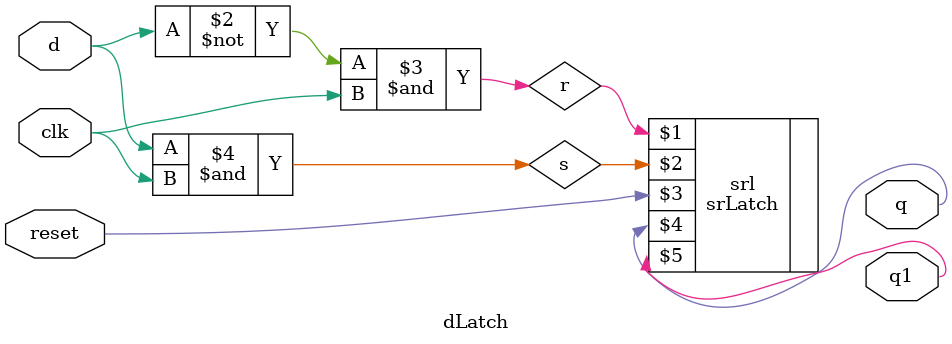
<source format=v>
`include "SRlatch.v"
module dLatch(d,clk,reset,q,q1);
    input d,clk,reset;
    output q,q1;
    reg r,s;
    always @(clk,d,reset)
    begin
       r = ~d & clk;
       s = d & clk;
    end
    srLatch srl(r,s,reset,q,q1);
endmodule

</source>
